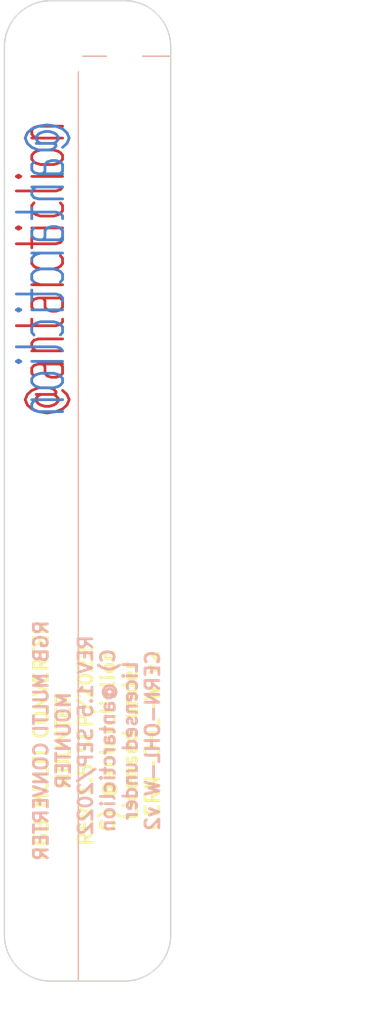
<source format=kicad_pcb>
(kicad_pcb (version 20171130) (host pcbnew "(5.1.6)-1")

  (general
    (thickness 1.6)
    (drawings 22)
    (tracks 0)
    (zones 0)
    (modules 9)
    (nets 1)
  )

  (page A2)
  (layers
    (0 F.Cu signal)
    (31 B.Cu signal)
    (32 B.Adhes user)
    (33 F.Adhes user)
    (34 B.Paste user)
    (35 F.Paste user)
    (36 B.SilkS user)
    (37 F.SilkS user)
    (38 B.Mask user)
    (39 F.Mask user)
    (40 Dwgs.User user)
    (41 Cmts.User user)
    (42 Eco1.User user)
    (43 Eco2.User user)
    (44 Edge.Cuts user)
    (45 Margin user)
    (46 B.CrtYd user)
    (47 F.CrtYd user)
    (48 B.Fab user)
    (49 F.Fab user)
  )

  (setup
    (last_trace_width 0.2)
    (user_trace_width 0.2)
    (user_trace_width 0.5)
    (trace_clearance 0.2)
    (zone_clearance 0.508)
    (zone_45_only no)
    (trace_min 0.2)
    (via_size 0.8)
    (via_drill 0.4)
    (via_min_size 0.8)
    (via_min_drill 0.4)
    (uvia_size 0.3)
    (uvia_drill 0.1)
    (uvias_allowed no)
    (uvia_min_size 0.2)
    (uvia_min_drill 0.1)
    (edge_width 0.15)
    (segment_width 0.2)
    (pcb_text_width 0.3)
    (pcb_text_size 1.5 1.5)
    (mod_edge_width 0.15)
    (mod_text_size 1 1)
    (mod_text_width 0.15)
    (pad_size 4.3 4.3)
    (pad_drill 4.3)
    (pad_to_mask_clearance 0.2)
    (solder_mask_min_width 0.25)
    (aux_axis_origin 50 162)
    (grid_origin 50 162)
    (visible_elements 7FFFFFFF)
    (pcbplotparams
      (layerselection 0x010f0_ffffffff)
      (usegerberextensions true)
      (usegerberattributes false)
      (usegerberadvancedattributes false)
      (creategerberjobfile false)
      (excludeedgelayer true)
      (linewidth 0.100000)
      (plotframeref false)
      (viasonmask false)
      (mode 1)
      (useauxorigin false)
      (hpglpennumber 1)
      (hpglpenspeed 20)
      (hpglpendiameter 15.000000)
      (psnegative false)
      (psa4output false)
      (plotreference true)
      (plotvalue true)
      (plotinvisibletext false)
      (padsonsilk false)
      (subtractmaskfromsilk false)
      (outputformat 1)
      (mirror false)
      (drillshape 0)
      (scaleselection 1)
      (outputdirectory "garber/"))
  )

  (net 0 "")

  (net_class Default "これはデフォルトのネット クラスです。"
    (clearance 0.2)
    (trace_width 0.2)
    (via_dia 0.8)
    (via_drill 0.4)
    (uvia_dia 0.3)
    (uvia_drill 0.1)
  )

  (net_class TSSOP ""
    (clearance 0.15)
    (trace_width 0.2)
    (via_dia 0.8)
    (via_drill 0.4)
    (uvia_dia 0.3)
    (uvia_drill 0.1)
  )

  (module MountingHole:MountingHole_4.3mm_M4 (layer F.Cu) (tedit 613383C5) (tstamp 632C3012)
    (at 63 102)
    (descr "Mounting Hole 4.3mm, no annular, M4")
    (tags "mounting hole 4.3mm no annular m4")
    (path /60BBFF2D)
    (attr virtual)
    (fp_text reference H3 (at 0 -5.3) (layer F.SilkS) hide
      (effects (font (size 1 1) (thickness 0.15)))
    )
    (fp_text value M4 (at 0 5.3) (layer F.Fab)
      (effects (font (size 1 1) (thickness 0.15)))
    )
    (fp_circle (center 0 0) (end 4.55 0) (layer F.CrtYd) (width 0.05))
    (fp_circle (center 0 0) (end 4.3 0) (layer Cmts.User) (width 0.15))
    (fp_text user %R (at 0.3 0) (layer F.Fab)
      (effects (font (size 1 1) (thickness 0.15)))
    )
    (pad "" np_thru_hole circle (at 0 0) (size 4.3 4.3) (drill 4.3) (layers *.Cu *.Mask))
  )

  (module MountingHole:MountingHole_4.3mm_M4 (layer F.Cu) (tedit 613383C5) (tstamp 632C2FFE)
    (at 63 96)
    (descr "Mounting Hole 4.3mm, no annular, M4")
    (tags "mounting hole 4.3mm no annular m4")
    (path /60BBFF2D)
    (attr virtual)
    (fp_text reference H3 (at 0 -5.3) (layer F.SilkS) hide
      (effects (font (size 1 1) (thickness 0.15)))
    )
    (fp_text value M4 (at 0 5.3) (layer F.Fab)
      (effects (font (size 1 1) (thickness 0.15)))
    )
    (fp_circle (center 0 0) (end 4.3 0) (layer Cmts.User) (width 0.15))
    (fp_circle (center 0 0) (end 4.55 0) (layer F.CrtYd) (width 0.05))
    (fp_text user %R (at 0.3 0) (layer F.Fab)
      (effects (font (size 1 1) (thickness 0.15)))
    )
    (pad "" np_thru_hole circle (at 0 0) (size 4.3 4.3) (drill 4.3) (layers *.Cu *.Mask))
  )

  (module MountingHole:MountingHole_4.3mm_M4 (layer F.Cu) (tedit 613383C5) (tstamp 632C2FDE)
    (at 63 122)
    (descr "Mounting Hole 4.3mm, no annular, M4")
    (tags "mounting hole 4.3mm no annular m4")
    (path /60BBFF2D)
    (attr virtual)
    (fp_text reference H3 (at 0 -5.3) (layer F.SilkS) hide
      (effects (font (size 1 1) (thickness 0.15)))
    )
    (fp_text value M4 (at 0 5.3) (layer F.Fab)
      (effects (font (size 1 1) (thickness 0.15)))
    )
    (fp_circle (center 0 0) (end 4.55 0) (layer F.CrtYd) (width 0.05))
    (fp_circle (center 0 0) (end 4.3 0) (layer Cmts.User) (width 0.15))
    (fp_text user %R (at 0.3 0) (layer F.Fab)
      (effects (font (size 1 1) (thickness 0.15)))
    )
    (pad "" np_thru_hole circle (at 0 0) (size 4.3 4.3) (drill 4.3) (layers *.Cu *.Mask))
  )

  (module MountingHole:MountingHole_4.3mm_M4 (layer F.Cu) (tedit 6133848E) (tstamp 632C2FA6)
    (at 63 61)
    (descr "Mounting Hole 4.3mm, no annular, M4")
    (tags "mounting hole 4.3mm no annular m4")
    (path /60BBFF2D)
    (attr virtual)
    (fp_text reference H3 (at 0 -5.3) (layer F.SilkS) hide
      (effects (font (size 1 1) (thickness 0.15)))
    )
    (fp_text value M4 (at 0 5.3) (layer F.Fab)
      (effects (font (size 1 1) (thickness 0.15)))
    )
    (fp_circle (center 0 0) (end 4.55 0) (layer F.CrtYd) (width 0.05))
    (fp_circle (center 0 0) (end 4.3 0) (layer Cmts.User) (width 0.15))
    (fp_text user %R (at 0.3 0) (layer F.Fab)
      (effects (font (size 1 1) (thickness 0.15)))
    )
    (pad "" np_thru_hole circle (at 0 0) (size 4.3 4.3) (drill 4.3) (layers *.Cu *.Mask))
  )

  (module MountingHole:MountingHole_4.3mm_M4 (layer F.Cu) (tedit 6127757E) (tstamp 608CC8EE)
    (at 55 61)
    (descr "Mounting Hole 4.3mm, no annular, M4")
    (tags "mounting hole 4.3mm no annular m4")
    (path /60BAF60C)
    (attr virtual)
    (fp_text reference H2 (at 0 -5.3) (layer F.SilkS) hide
      (effects (font (size 1 1) (thickness 0.15)))
    )
    (fp_text value M4 (at 0 5.3) (layer F.Fab)
      (effects (font (size 1 1) (thickness 0.15)))
    )
    (fp_circle (center 0 0) (end 4.3 0) (layer Cmts.User) (width 0.15))
    (fp_circle (center 0 0) (end 4.55 0) (layer F.CrtYd) (width 0.05))
    (fp_text user %R (at 0.3 0) (layer F.Fab)
      (effects (font (size 1 1) (thickness 0.15)))
    )
    (pad "" np_thru_hole oval (at 0 0 45) (size 4.3 8) (drill oval 4.3 8) (layers *.Cu *.Mask))
  )

  (module MountingHole:MountingHole_4.3mm_M4 (layer F.Cu) (tedit 6133848E) (tstamp 6133829C)
    (at 63 67)
    (descr "Mounting Hole 4.3mm, no annular, M4")
    (tags "mounting hole 4.3mm no annular m4")
    (path /60BBFF2D)
    (attr virtual)
    (fp_text reference H3 (at 0 -5.3) (layer F.SilkS) hide
      (effects (font (size 1 1) (thickness 0.15)))
    )
    (fp_text value M4 (at 0 5.3) (layer F.Fab)
      (effects (font (size 1 1) (thickness 0.15)))
    )
    (fp_circle (center 0 0) (end 4.3 0) (layer Cmts.User) (width 0.15))
    (fp_circle (center 0 0) (end 4.55 0) (layer F.CrtYd) (width 0.05))
    (fp_text user %R (at 0.3 0) (layer F.Fab)
      (effects (font (size 1 1) (thickness 0.15)))
    )
    (pad "" np_thru_hole circle (at 0 0) (size 4.3 4.3) (drill 4.3) (layers *.Cu *.Mask))
  )

  (module MountingHole:MountingHole_4.3mm_M4 (layer F.Cu) (tedit 613383C5) (tstamp 6133827F)
    (at 63 157)
    (descr "Mounting Hole 4.3mm, no annular, M4")
    (tags "mounting hole 4.3mm no annular m4")
    (path /60BBFF2D)
    (attr virtual)
    (fp_text reference H3 (at 0 -5.3) (layer F.SilkS) hide
      (effects (font (size 1 1) (thickness 0.15)))
    )
    (fp_text value M4 (at 0 5.3) (layer F.Fab)
      (effects (font (size 1 1) (thickness 0.15)))
    )
    (fp_circle (center 0 0) (end 4.55 0) (layer F.CrtYd) (width 0.05))
    (fp_circle (center 0 0) (end 4.3 0) (layer Cmts.User) (width 0.15))
    (fp_text user %R (at 0.3 0) (layer F.Fab)
      (effects (font (size 1 1) (thickness 0.15)))
    )
    (pad "" np_thru_hole circle (at 0 0) (size 4.3 4.3) (drill 4.3) (layers *.Cu *.Mask))
  )

  (module MountingHole:MountingHole_3.2mm_M3 (layer F.Cu) (tedit 613383A3) (tstamp 612868B2)
    (at 53 153)
    (descr "Mounting Hole 3.2mm, no annular, M3")
    (tags "mounting hole 3.2mm no annular m3")
    (path /63084AE9)
    (attr virtual)
    (fp_text reference H6 (at 0 -4.2) (layer F.SilkS) hide
      (effects (font (size 1 1) (thickness 0.15)))
    )
    (fp_text value M3 (at 0 4.2) (layer F.Fab)
      (effects (font (size 1 1) (thickness 0.15)))
    )
    (fp_circle (center 0 0) (end 3.2 0) (layer Cmts.User) (width 0.15))
    (fp_circle (center 0 0) (end 3.45 0) (layer F.CrtYd) (width 0.05))
    (fp_text user %R (at 0.3 0) (layer F.Fab)
      (effects (font (size 1 1) (thickness 0.15)))
    )
    (pad "" np_thru_hole circle (at 0 0) (size 3.2 3.2) (drill 3.2) (layers *.Cu *.Mask))
  )

  (module MountingHole:MountingHole_4.3mm_M4 (layer F.Cu) (tedit 613383B6) (tstamp 608CC8F6)
    (at 55 157)
    (descr "Mounting Hole 4.3mm, no annular, M4")
    (tags "mounting hole 4.3mm no annular m4")
    (path /60BBFF2D)
    (attr virtual)
    (fp_text reference H3 (at 0 -5.3) (layer F.SilkS) hide
      (effects (font (size 1 1) (thickness 0.15)))
    )
    (fp_text value M4 (at 0 5.3) (layer F.Fab)
      (effects (font (size 1 1) (thickness 0.15)))
    )
    (fp_circle (center 0 0) (end 4.3 0) (layer Cmts.User) (width 0.15))
    (fp_circle (center 0 0) (end 4.55 0) (layer F.CrtYd) (width 0.05))
    (fp_text user %R (at 0.3 0) (layer F.Fab)
      (effects (font (size 1 1) (thickness 0.15)))
    )
    (pad "" np_thru_hole circle (at 0 0) (size 4.3 4.3) (drill 4.3) (layers *.Cu *.Mask))
  )

  (dimension 6 (width 0.15) (layer Dwgs.User) (tstamp 632C300D)
    (gr_text "6.000 mm" (at 79.3 99 90) (layer Dwgs.User) (tstamp 632C300D)
      (effects (font (size 1 1) (thickness 0.15)))
    )
    (feature1 (pts (xy 63 96) (xy 78.586421 96)))
    (feature2 (pts (xy 63 102) (xy 78.586421 102)))
    (crossbar (pts (xy 78 102) (xy 78 96)))
    (arrow1a (pts (xy 78 96) (xy 78.586421 97.126504)))
    (arrow1b (pts (xy 78 96) (xy 77.413579 97.126504)))
    (arrow2a (pts (xy 78 102) (xy 78.586421 100.873496)))
    (arrow2b (pts (xy 78 102) (xy 77.413579 100.873496)))
  )
  (dimension 35 (width 0.15) (layer Dwgs.User) (tstamp 632C2FF9)
    (gr_text "35.000 mm" (at 89.3 78.5 90) (layer Dwgs.User) (tstamp 632C2FF9)
      (effects (font (size 1 1) (thickness 0.15)))
    )
    (feature1 (pts (xy 63 61) (xy 88.586421 61)))
    (feature2 (pts (xy 63 96) (xy 88.586421 96)))
    (crossbar (pts (xy 88 96) (xy 88 61)))
    (arrow1a (pts (xy 88 61) (xy 88.586421 62.126504)))
    (arrow1b (pts (xy 88 61) (xy 87.413579 62.126504)))
    (arrow2a (pts (xy 88 96) (xy 88.586421 94.873496)))
    (arrow2b (pts (xy 88 96) (xy 87.413579 94.873496)))
  )
  (dimension 35 (width 0.15) (layer Dwgs.User)
    (gr_text "35.000 mm" (at 89.3 139.5 90) (layer Dwgs.User)
      (effects (font (size 1 1) (thickness 0.15)))
    )
    (feature1 (pts (xy 63 122) (xy 88.586421 122)))
    (feature2 (pts (xy 63 157) (xy 88.586421 157)))
    (crossbar (pts (xy 88 157) (xy 88 122)))
    (arrow1a (pts (xy 88 122) (xy 88.586421 123.126504)))
    (arrow1b (pts (xy 88 122) (xy 87.413579 123.126504)))
    (arrow2a (pts (xy 88 157) (xy 88.586421 155.873496)))
    (arrow2b (pts (xy 88 157) (xy 87.413579 155.873496)))
  )
  (gr_text "@antarcticlion\n" (at 54 85 90) (layer B.Cu) (tstamp 61338477)
    (effects (font (size 5 3) (thickness 0.3)) (justify mirror))
  )
  (gr_text "@antarcticlion\n" (at 54 85 90) (layer F.Cu) (tstamp 61338450)
    (effects (font (size 5 3) (thickness 0.3)))
  )
  (dimension 6 (width 0.15) (layer Dwgs.User)
    (gr_text "6.000 mm" (at 79.3 64 90) (layer Dwgs.User)
      (effects (font (size 1 1) (thickness 0.15)))
    )
    (feature1 (pts (xy 63 61) (xy 78.586421 61)))
    (feature2 (pts (xy 63 67) (xy 78.586421 67)))
    (crossbar (pts (xy 78 67) (xy 78 61)))
    (arrow1a (pts (xy 78 61) (xy 78.586421 62.126504)))
    (arrow1b (pts (xy 78 61) (xy 77.413579 62.126504)))
    (arrow2a (pts (xy 78 67) (xy 78.586421 65.873496)))
    (arrow2b (pts (xy 78 67) (xy 77.413579 65.873496)))
  )
  (gr_line (start 68 62) (end 58 62) (layer B.SilkS) (width 0.15) (tstamp 61338E23))
  (gr_line (start 58 62) (end 58 162) (layer B.SilkS) (width 0.15) (tstamp 61338E15))
  (gr_line (start 55 56) (end 63 56) (layer Edge.Cuts) (width 0.15) (tstamp 613382C9))
  (gr_line (start 55 162) (end 63 162) (layer Edge.Cuts) (width 0.15) (tstamp 613382C6))
  (gr_arc (start 63 157) (end 63 162) (angle -90) (layer Edge.Cuts) (width 0.15) (tstamp 613382C0))
  (gr_line (start 68 61) (end 68 157) (layer Edge.Cuts) (width 0.15))
  (gr_arc (start 63 61) (end 68 61) (angle -90) (layer Edge.Cuts) (width 0.15) (tstamp 613382BA))
  (gr_line (start 68 62) (end 58 62) (layer F.SilkS) (width 0.15) (tstamp 61338276))
  (gr_line (start 58 162) (end 58 62) (layer F.SilkS) (width 0.15))
  (dimension 106 (width 0.15) (layer Dwgs.User)
    (gr_text "106.000 mm" (at 73.3 109 90) (layer Dwgs.User)
      (effects (font (size 1 1) (thickness 0.15)))
    )
    (feature1 (pts (xy 68 56) (xy 72.586421 56)))
    (feature2 (pts (xy 68 162) (xy 72.586421 162)))
    (crossbar (pts (xy 72 162) (xy 72 56)))
    (arrow1a (pts (xy 72 56) (xy 72.586421 57.126504)))
    (arrow1b (pts (xy 72 56) (xy 71.413579 57.126504)))
    (arrow2a (pts (xy 72 162) (xy 72.586421 160.873496)))
    (arrow2b (pts (xy 72 162) (xy 71.413579 160.873496)))
  )
  (dimension 18 (width 0.15) (layer Dwgs.User)
    (gr_text "18.000 mm" (at 59 167.3) (layer Dwgs.User)
      (effects (font (size 1 1) (thickness 0.15)))
    )
    (feature1 (pts (xy 68 162) (xy 68 166.586421)))
    (feature2 (pts (xy 50 162) (xy 50 166.586421)))
    (crossbar (pts (xy 50 166) (xy 68 166)))
    (arrow1a (pts (xy 68 166) (xy 66.873496 166.586421)))
    (arrow1b (pts (xy 68 166) (xy 66.873496 165.413579)))
    (arrow2a (pts (xy 50 166) (xy 51.126504 166.586421)))
    (arrow2b (pts (xy 50 166) (xy 51.126504 165.413579)))
  )
  (gr_arc (start 55 61) (end 55 56) (angle -90) (layer Edge.Cuts) (width 0.15) (tstamp 608D27A1))
  (gr_line (start 50 61) (end 50 157) (layer Edge.Cuts) (width 0.15))
  (gr_arc (start 55 157) (end 50 157) (angle -90) (layer Edge.Cuts) (width 0.15))
  (gr_text "RGB MULTI CONVERTER\nMOUNTER\nREV 1.5 SEP/2022 \nC) @antarcticlion\nLicensed under\nCERN-OHL-W v2" (at 60 136 90) (layer B.SilkS) (tstamp 5C6EF087)
    (effects (font (size 1.5 1.5) (thickness 0.3)) (justify mirror))
  )
  (gr_text "RGB MULTI CONVERTER\nMOUNTER\nREV 1.5 SEP/2022 \nC) @antarcticlion\nLicensed under\nCERN-OHL-W v2" (at 60 136 90) (layer F.SilkS)
    (effects (font (size 1.5 1.5) (thickness 0.3)))
  )

)

</source>
